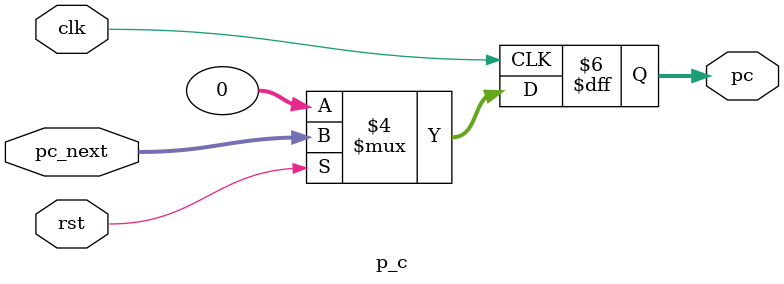
<source format=v>
module p_c(pc_next,pc,rst,clk);

input [31:0] pc_next;
input rst,clk;

output reg [31:0] pc;

always @(posedge clk)
begin

if(rst==1'b0)
begin
pc<=32'h00000000;
end

else
begin
pc<=pc_next;
end

end

endmodule



</source>
